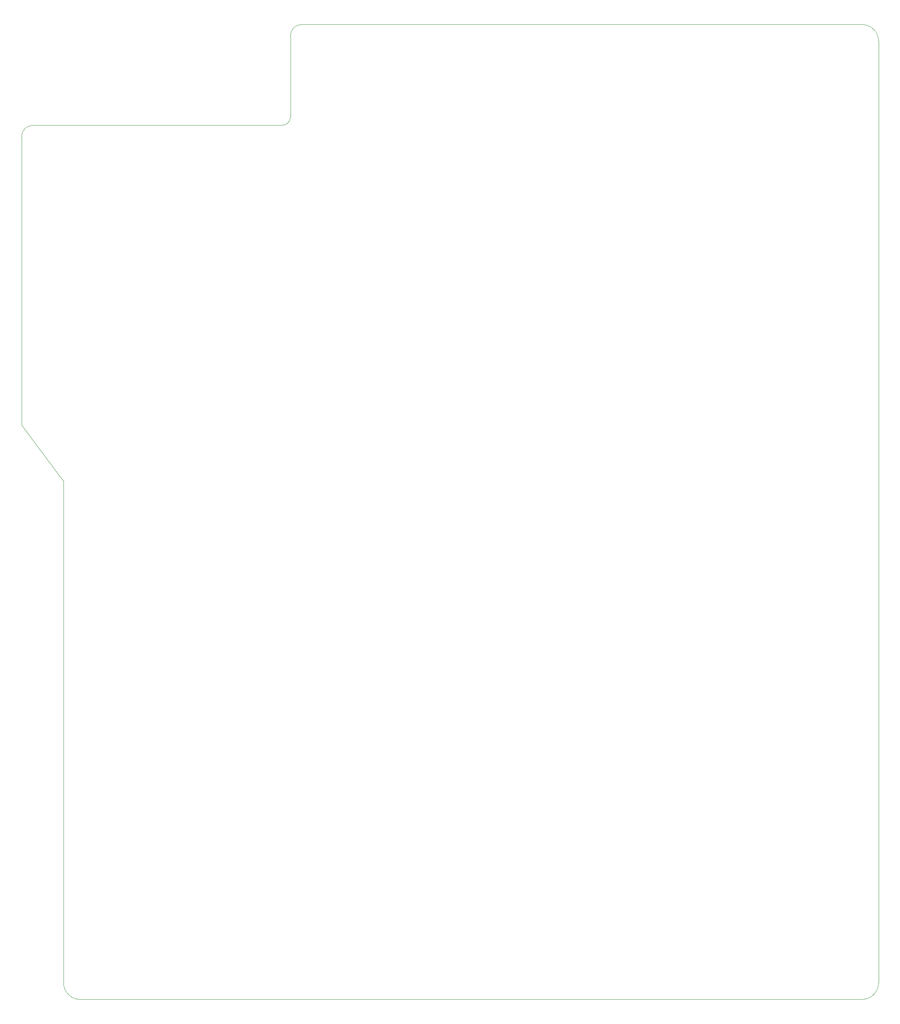
<source format=gbr>
%TF.GenerationSoftware,KiCad,Pcbnew,5.1.8-db9833491~88~ubuntu20.04.1*%
%TF.CreationDate,2020-12-02T17:03:32+01:00*%
%TF.ProjectId,motherboard,6d6f7468-6572-4626-9f61-72642e6b6963,rev?*%
%TF.SameCoordinates,Original*%
%TF.FileFunction,Profile,NP*%
%FSLAX46Y46*%
G04 Gerber Fmt 4.6, Leading zero omitted, Abs format (unit mm)*
G04 Created by KiCad (PCBNEW 5.1.8-db9833491~88~ubuntu20.04.1) date 2020-12-02 17:03:32*
%MOMM*%
%LPD*%
G01*
G04 APERTURE LIST*
%TA.AperFunction,Profile*%
%ADD10C,0.050000*%
%TD*%
G04 APERTURE END LIST*
D10*
X36210000Y-283811000D02*
X36210000Y-282541000D01*
X220995000Y-283811000D02*
X220995000Y-282541000D01*
X40020000Y-287621000D02*
X217185000Y-287621000D01*
X220995000Y-282541000D02*
X220995000Y-280636000D01*
X220995000Y-283811000D02*
G75*
G02*
X217185000Y-287621000I-3810000J0D01*
G01*
X36210000Y-282541000D02*
X36210000Y-280001000D01*
X220995000Y-70451000D02*
X220995000Y-280636000D01*
X212105000Y-66641000D02*
X217185000Y-66641000D01*
X26685000Y-157446000D02*
X36210000Y-170146000D01*
X26685000Y-152366000D02*
X26685000Y-157446000D01*
X36210000Y-170146000D02*
X36210000Y-280001000D01*
X87645000Y-87596000D02*
X87645000Y-69181000D01*
X29225000Y-89501000D02*
X85740000Y-89501000D01*
X26685000Y-152366000D02*
X26685000Y-92041000D01*
X40020000Y-287621000D02*
G75*
G02*
X36210000Y-283811000I0J3810000D01*
G01*
X26685000Y-92041000D02*
G75*
G02*
X29225000Y-89501000I2540000J0D01*
G01*
X87645000Y-87596000D02*
G75*
G02*
X85740000Y-89501000I-1905000J0D01*
G01*
X90185000Y-66641000D02*
X212105000Y-66641000D01*
X87645000Y-69181000D02*
G75*
G02*
X90185000Y-66641000I2540000J0D01*
G01*
X217185000Y-66641000D02*
G75*
G02*
X220995000Y-70451000I0J-3810000D01*
G01*
M02*

</source>
